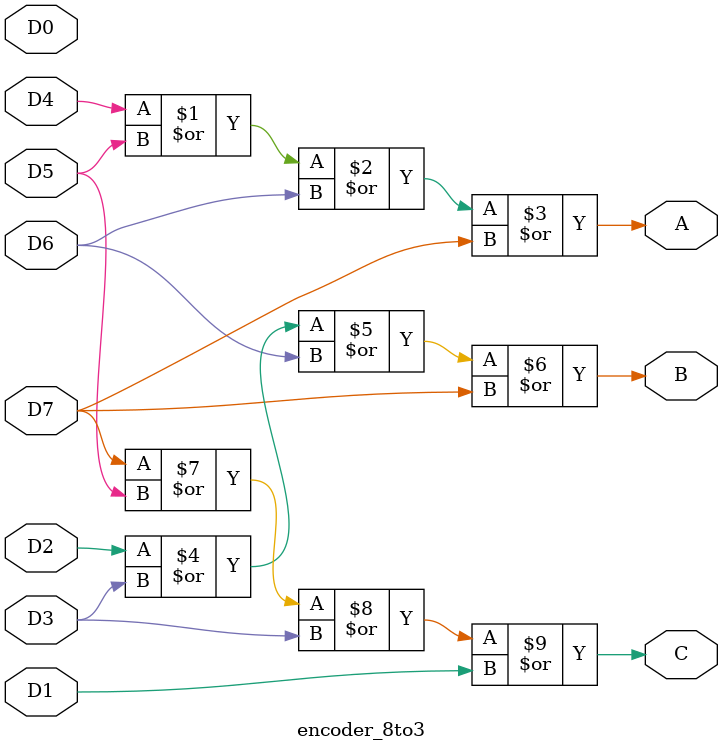
<source format=v>
`timescale 1ns / 1ps


module encoder_8to3(D0,D1,D2,D3,D4,D5,D6,D7, A,B,C);
input D0,D1,D2,D3,D4,D5,D6,D7;
output A,B,C;
//or(A,D4,D5,D6,D7);
//or(B,D2,D3,D6,D7);
//or(C,D7,D5,D3,D1);
assign A= (D4|D5|D6|D7);
assign B = (D2|D3|D6|D7);
assign C= (D7|D5|D3|D1);
endmodule

</source>
